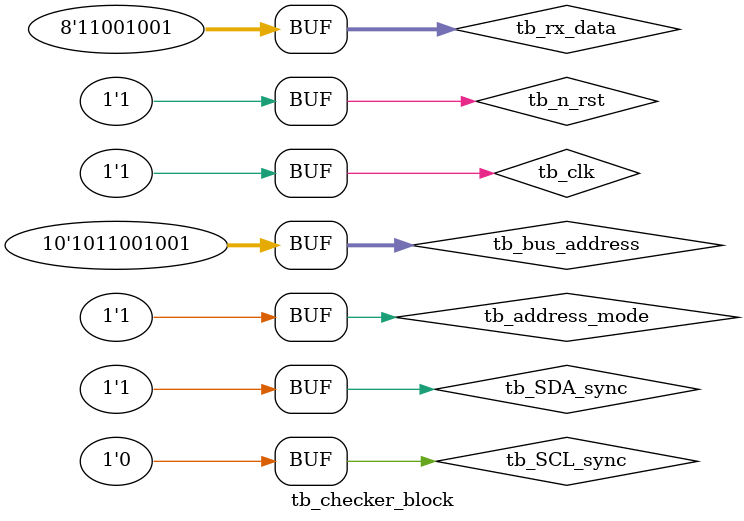
<source format=sv>

`timescale 1ns / 10ps

module tb_checker_block();

  parameter CLK_PERIOD    = 10;
  parameter SCL_PERIOD    = 300;
  parameter sclwait       = 300;
  
  reg tb_clk;
  reg tb_n_rst;
  reg tb_SDA_sync;
  reg tb_SCL_sync;
  reg [7:0] tb_rx_data;
  reg [9:0] tb_bus_address;
  reg tb_address_mode;
  reg tb_rw_mode;
  reg [1:0] tb_address_match;
  reg tb_start;
  reg tb_stop;
  
  checker_block DUT
  (
    .clk(tb_clk),
    .n_rst(tb_n_rst),
    .SDA_sync(tb_SDA_sync),
    .SCL_sync(tb_SCL_sync),
    .rx_data(tb_rx_data),
    .bus_address(tb_bus_address),
    .address_mode(tb_address_mode),
    .rw_mode(tb_rw_mode),
    .address_match(tb_address_match),
    .start(tb_start),
    .stop(tb_stop)
  );
  
  always
  begin : CLK_GEN
    tb_clk = 1'b0;
    #(CLK_PERIOD / 2);
    tb_clk = 1'b1;
    #(CLK_PERIOD / 2);
  end
  
  always
  begin : SCL_GEN
      tb_SCL_sync = 1'b0;
      #(SCL_PERIOD / 3);
      tb_SCL_sync = 1'b1;
      #(SCL_PERIOD / 3); 
      tb_SCL_sync = 1'b0;
      #(SCL_PERIOD / 3);
  end 
  
  initial
  begin 
    tb_n_rst = 1'b0;		//INITIALIZATION
    tb_rx_data = 8'b00000000;		//INITIALIZATION
    tb_bus_address = 10'b0000000000;		//INITIALIZATION
    tb_address_mode = 1'b0;		//INITIALIZATION
    #1;
    tb_SDA_sync = 1'b1;
    tb_n_rst = 1'b1;
    #120;
    //test start found
    tb_SDA_sync = 1'b0;
    
    #30;
    tb_SDA_sync = 1'b1;
    
    #40;
    tb_rx_data = 8'b10111011; // Setting rx_data

    #120;
    tb_bus_address = 10'b0011011101; // Setting 10 bit I2C Bus address

    #200;
    tb_address_mode = 1'b1; // Setting addressing mode 7/10 Bit
    tb_bus_address = 10'b1011001001; // Setting address bus
    #30;
    tb_rx_data = 8'b11110101; // A9-A8 = 10
    #180;
    tb_rx_data = 8'b11001001; // A7-A0
    #150;

  end 
endmodule

</source>
